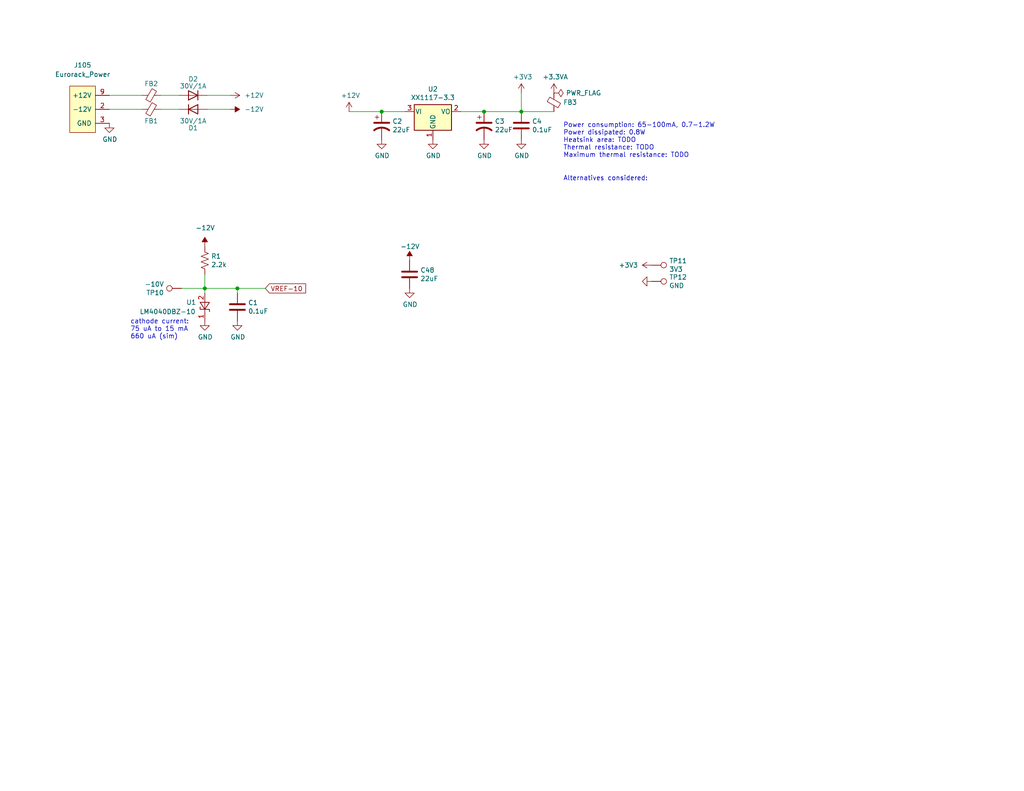
<source format=kicad_sch>
(kicad_sch (version 20211123) (generator eeschema)
  (paper "USLetter")
  (title_block (title "Castor & Pollux") (date "2021-06-13") (rev "v4") (company "Winterbloom") (comment 1 "CERN-OHL-P v2") (comment 2 "Alethea Flowers"))
  (lib_symbols
    (symbol "Connector:TestPoint" (pin_numbers hide) (pin_names (offset 0.762) hide)
      (property "Reference" "TP" (at 0 6.858 0))
      (property "Value" "TestPoint" (at 0 5.08 0))
      (symbol "TestPoint_0_1"
        (circle (center 0 3.302) (radius 0.762))
      )
      (symbol "TestPoint_1_1"
        (pin passive line (at 0 0 90) (length 2.54) (name "1") (number "1"))
      )
    )
    (symbol "Device:C" (pin_numbers hide) (pin_names (offset 0.254))
      (property "Reference" "C" (at 0.635 2.54 0))
      (property "Value" "C" (at 0.635 -2.54 0))
      (symbol "C_0_1"
        (polyline (pts (xy -2.032 -0.762) (xy 2.032 -0.762)) (stroke (width 0.508)))
        (polyline (pts (xy -2.032 0.762) (xy 2.032 0.762)) (stroke (width 0.508)))
      )
      (symbol "C_1_1"
        (pin passive line (at 0 3.81 270) (length 2.794) (name "~") (number "1"))
        (pin passive line (at 0 -3.81 90) (length 2.794) (name "~") (number "2"))
      )
    )
    (symbol "Device:C_Polarized_US" (pin_numbers hide) (pin_names (offset 0.254) hide)
      (property "Reference" "C" (at 0.635 2.54 0))
      (property "Value" "C_Polarized_US" (at 0.635 -2.54 0))
      (symbol "C_Polarized_US_0_1"
        (polyline (pts (xy -2.032 0.762) (xy 2.032 0.762)) (stroke (width 0.508)))
        (polyline (pts (xy -1.778 2.286) (xy -0.762 2.286)))
        (polyline (pts (xy -1.27 1.778) (xy -1.27 2.794)))
        (arc (start 2.032 -1.27) (mid 0 -0.5572) (end -2.032 -1.27) (stroke (width 0.508)))
      )
      (symbol "C_Polarized_US_1_1"
        (pin passive line (at 0 3.81 270) (length 2.794) (name "~") (number "1"))
        (pin passive line (at 0 -3.81 90) (length 3.302) (name "~") (number "2"))
      )
    )
    (symbol "Device:D" (pin_numbers hide) (pin_names (offset 1.016) hide)
      (property "Reference" "D" (at 0 2.54 0))
      (property "Value" "D" (at 0 -2.54 0))
      (symbol "D_0_1"
        (polyline (pts (xy -1.27 1.27) (xy -1.27 -1.27)) (stroke (width 0.254)))
        (polyline (pts (xy 1.27 0) (xy -1.27 0)))
        (polyline (pts (xy 1.27 1.27) (xy 1.27 -1.27) (xy -1.27 0) (xy 1.27 1.27)) (stroke (width 0.254)))
      )
      (symbol "D_1_1"
        (pin passive line (at -3.81 0 0) (length 2.54) (name "K") (number "1"))
        (pin passive line (at 3.81 0 180) (length 2.54) (name "A") (number "2"))
      )
    )
    (symbol "Device:FerriteBead_Small" (pin_numbers hide) (pin_names (offset 0))
      (property "Reference" "FB" (at 1.905 1.27 0))
      (property "Value" "FerriteBead_Small" (at 1.905 -1.27 0))
      (symbol "FerriteBead_Small_0_1"
        (polyline (pts (xy 0 -1.27) (xy 0 -0.7874)))
        (polyline (pts (xy 0 0.889) (xy 0 1.2954)))
        (polyline (pts (xy -1.8288 0.2794) (xy -1.1176 1.4986) (xy 1.8288 -0.2032) (xy 1.1176 -1.4224) (xy -1.8288 0.2794)))
      )
      (symbol "FerriteBead_Small_1_1"
        (pin passive line (at 0 2.54 270) (length 1.27) (name "~") (number "1"))
        (pin passive line (at 0 -2.54 90) (length 1.27) (name "~") (number "2"))
      )
    )
    (symbol "Device:R_US" (pin_numbers hide) (pin_names (offset 0))
      (property "Reference" "R" (at 2.54 0 90))
      (property "Value" "R_US" (at -2.54 0 90))
      (symbol "R_US_0_1"
        (polyline (pts (xy 0 -2.286) (xy 0 -2.54)))
        (polyline (pts (xy 0 2.286) (xy 0 2.54)))
        (polyline (pts (xy 0 -0.762) (xy 1.016 -1.143) (xy 0 -1.524) (xy -1.016 -1.905) (xy 0 -2.286)))
        (polyline (pts (xy 0 0.762) (xy 1.016 0.381) (xy 0 0) (xy -1.016 -0.381) (xy 0 -0.762)))
        (polyline (pts (xy 0 2.286) (xy 1.016 1.905) (xy 0 1.524) (xy -1.016 1.143) (xy 0 0.762)))
      )
      (symbol "R_US_1_1"
        (pin passive line (at 0 3.81 270) (length 1.27) (name "~") (number "1"))
        (pin passive line (at 0 -3.81 90) (length 1.27) (name "~") (number "2"))
      )
    )
    (symbol "Reference_Voltage:LM4040DBZ-10" (pin_names (offset 0.0254) hide)
      (property "Reference" "U" (at 0 2.54 0))
      (property "Value" "LM4040DBZ-10" (at 0 -3.175 0))
      (symbol "LM4040DBZ-10_0_1"
        (polyline (pts (xy -1.27 0) (xy 0 0) (xy 1.27 0)))
        (polyline (pts (xy -1.27 -1.27) (xy 0.635 0) (xy -1.27 1.27) (xy -1.27 -1.27)) (stroke (width 0.2032)))
        (polyline (pts (xy 0 -1.27) (xy 0.635 -1.27) (xy 0.635 1.27) (xy 1.27 1.27)) (stroke (width 0.2032)))
      )
      (symbol "LM4040DBZ-10_1_1"
        (pin passive line (at 3.81 0 180) (length 2.54) (name "K") (number "1"))
        (pin passive line (at -3.81 0 0) (length 2.54) (name "A") (number "2"))
      )
    )
    (symbol "Regulator_Linear:LM1117-3.3" (pin_names (offset 0.254))
      (property "Reference" "U" (at -3.81 3.175 0))
      (property "Value" "LM1117-3.3" (at 0 3.175 0))
      (symbol "LM1117-3.3_0_1"
        (rectangle (start -5.08 -5.08) (end 5.08 1.905) (stroke (width 0.254)) (fill (type background)))
      )
      (symbol "LM1117-3.3_1_1"
        (pin power_in line (at 0 -7.62 90) (length 2.54) (name "GND") (number "1"))
        (pin power_out line (at 7.62 0 180) (length 2.54) (name "VO") (number "2"))
        (pin power_in line (at -7.62 0 0) (length 2.54) (name "VI") (number "3"))
      )
    )
    (symbol "power:+12V" (power) (pin_names (offset 0))
      (property "Value" "+12V" (at 0 3.556 0))
      (symbol "+12V_0_1"
        (polyline (pts (xy -0.762 1.27) (xy 0 2.54)))
        (polyline (pts (xy 0 0) (xy 0 2.54)))
        (polyline (pts (xy 0 2.54) (xy 0.762 1.27)))
      )
      (symbol "+12V_1_1"
        (pin power_in line (at 0 0 90) (length 0) hide (name "+12V") (number "1"))
      )
    )
    (symbol "power:+3.3V" (power) (pin_names (offset 0))
      (property "Value" "+3.3V" (at 0 3.556 0))
      (symbol "+3.3V_0_1"
        (polyline (pts (xy -0.762 1.27) (xy 0 2.54)))
        (polyline (pts (xy 0 0) (xy 0 2.54)))
        (polyline (pts (xy 0 2.54) (xy 0.762 1.27)))
      )
      (symbol "+3.3V_1_1"
        (pin power_in line (at 0 0 90) (length 0) hide (name "+3V3") (number "1"))
      )
    )
    (symbol "power:+3.3VA" (power) (pin_names (offset 0))
      (property "Value" "+3.3VA" (at 0 3.556 0))
      (symbol "+3.3VA_0_1"
        (polyline (pts (xy -0.762 1.27) (xy 0 2.54)))
        (polyline (pts (xy 0 0) (xy 0 2.54)))
        (polyline (pts (xy 0 2.54) (xy 0.762 1.27)))
      )
      (symbol "+3.3VA_1_1"
        (pin power_in line (at 0 0 90) (length 0) hide (name "+3.3VA") (number "1"))
      )
    )
    (symbol "power:-12V" (power) (pin_names (offset 0))
      (property "Value" "-12V" (at 0 3.81 0))
      (symbol "-12V_0_0"
        (pin power_in line (at 0 0 90) (length 0) hide (name "-12V") (number "1"))
      )
      (symbol "-12V_0_1"
        (polyline (pts (xy 0 0) (xy 0 1.27) (xy 0.762 1.27) (xy 0 2.54) (xy -0.762 1.27) (xy 0 1.27)) (fill (type outline)))
      )
    )
    (symbol "power:GND" (power) (pin_names (offset 0))
      (property "Value" "GND" (at 0 -3.81 0))
      (symbol "GND_0_1"
        (polyline (pts (xy 0 0) (xy 0 -1.27) (xy 1.27 -1.27) (xy 0 -2.54) (xy -1.27 -1.27) (xy 0 -1.27)))
      )
      (symbol "GND_1_1"
        (pin power_in line (at 0 0 270) (length 0) hide (name "GND") (number "1"))
      )
    )
    (symbol "power:PWR_FLAG" (power) (pin_numbers hide) (pin_names (offset 0) hide)
      (property "Value" "PWR_FLAG" (at 0 3.81 0))
      (symbol "PWR_FLAG_0_0"
        (pin power_out line (at 0 0 90) (length 0) (name "pwr") (number "1"))
      )
      (symbol "PWR_FLAG_0_1"
        (polyline (pts (xy 0 0) (xy 0 1.27) (xy -1.016 1.905) (xy 0 2.54) (xy 1.016 1.905) (xy 0 1.27)))
      )
    )
    (symbol "winterbloom:Eurorack_Power" (pin_names (offset 1.016))
      (property "Reference" "J" (at -0.635 7.62 0))
      (property "Value" "Eurorack_Power" (at 0 -7.62 0))
      (symbol "Eurorack_Power_0_1"
        (rectangle (start -3.175 6.35) (end 3.81 -6.35) (fill (type background)))
      )
      (symbol "Eurorack_Power_1_1"
        (pin power_out line (at 7.62 0 180) (length 3.81) hide (name "-12V") (number "1"))
        (pin passive line (at 7.62 3.81 180) (length 3.81) hide (name "+12V") (number "10"))
        (pin passive line (at 7.62 0 180) (length 3.81) (name "-12V") (number "2"))
        (pin power_out line (at 7.62 -3.81 180) (length 3.81) (name "GND") (number "3"))
        (pin passive line (at 7.62 -3.81 180) (length 3.81) hide (name "GND") (number "4"))
        (pin passive line (at 7.62 -3.81 180) (length 3.81) hide (name "GND") (number "5"))
        (pin passive line (at 7.62 -3.81 180) (length 3.81) hide (name "GND") (number "6"))
        (pin passive line (at 7.62 -3.81 180) (length 3.81) hide (name "GND") (number "7"))
        (pin passive line (at 7.62 -3.81 180) (length 3.81) hide (name "GND") (number "8"))
        (pin power_out line (at 7.62 3.81 180) (length 3.81) (name "+12V") (number "9"))
      )
    )
  )
  (junction (at 64.77 78.74))
  (junction (at 55.88 78.74))
  (junction (at 142.24 30.48))
  (junction (at 132.08 30.48))
  (junction (at 104.14 30.48))
  (wire (pts (xy 132.08 30.48) (xy 142.24 30.48)))
  (wire (pts (xy 29.845 29.845) (xy 38.735 29.845)))
  (wire (pts (xy 56.515 26.035) (xy 62.865 26.035)))
  (wire (pts (xy 55.88 74.93) (xy 55.88 78.74)))
  (wire (pts (xy 29.845 26.035) (xy 38.735 26.035)))
  (wire (pts (xy 55.88 78.74) (xy 64.77 78.74)))
  (wire (pts (xy 125.73 30.48) (xy 132.08 30.48)))
  (wire (pts (xy 95.25 30.48) (xy 104.14 30.48)))
  (wire (pts (xy 43.815 26.035) (xy 48.895 26.035)))
  (wire (pts (xy 55.88 78.74) (xy 55.88 80.01)))
  (wire (pts (xy 64.77 78.74) (xy 64.77 80.01)))
  (wire (pts (xy 49.53 78.74) (xy 55.88 78.74)))
  (wire (pts (xy 56.515 29.845) (xy 62.865 29.845)))
  (wire (pts (xy 43.815 29.845) (xy 48.895 29.845)))
  (wire (pts (xy 142.24 30.48) (xy 151.13 30.48)))
  (wire (pts (xy 104.14 30.48) (xy 110.49 30.48)))
  (wire (pts (xy 64.77 78.74) (xy 72.39 78.74)))
  (wire (pts (xy 142.24 30.48) (xy 142.24 25.4)))
  (text "cathode current:\n75 uA to 15 mA\n660 uA (sim)\n" (at 35.56 92.71 0) (effects (font (size 1.27 1.27)) (justify left bottom)))
  (text "Alternatives considered:" (at 153.67 49.53 0) (effects (font (size 1.27 1.27)) (justify left bottom)))
  (text "Power consumption: 65-100mA, 0.7-1.2W\nPower dissipated: 0.8W\nHeatsink area: TODO\nThermal resistance: TODO\nMaximum thermal resistance: TODO" (at 153.67 43.18 0) (effects (font (size 1.27 1.27)) (justify left bottom)))
  (global_label "VREF-10" (shape input) (at 72.39 78.74 0) (property "Intersheet References" "${INTERSHEET_REFS}" (effects hide)))
  (symbol (lib_id "Device:D") (at 52.705 29.845 0) (unit 1)
    (property "Reference" "D1" (at 52.705 34.925 0))
    (property "Value" "30V/1A" (at 52.705 33.02 0))
    (property "Footprint" "winterbloom:D_SOD-123" (effects hide))
    (property "finalized" "yes" (effects hide))
    (property "mpn" "B0520LWQ-7-F" (effects hide))
    (property "Reqs" "Schottky, 1A" (effects hide))
  )
  (symbol (lib_id "Device:D") (at 52.705 26.035 180) (unit 1)
    (property "Reference" "D2" (at 52.705 21.59 0))
    (property "Value" "30V/1A" (at 52.705 23.495 0))
    (property "Footprint" "winterbloom:D_SOD-123" (effects hide))
    (property "finalized" "yes" (effects hide))
    (property "mpn" "B0520LWQ-7-F" (effects hide))
    (property "Reqs" "Schottky, 1A" (effects hide))
  )
  (symbol (lib_id "power:-12V") (at 62.865 29.845 270) (unit 1)
    (property "Reference" "#PWR05" (effects hide))
    (property "Value" "-12V" (at 66.675 29.845 90) (effects (justify left)))
  )
  (symbol (lib_id "power:+12V") (at 62.865 26.035 270) (unit 1)
    (property "Reference" "#PWR06" (effects hide))
    (property "Value" "+12V" (at 66.675 26.035 90) (effects (justify left)))
  )
  (symbol (lib_id "Regulator_Linear:LM1117-3.3") (at 118.11 30.48 0) (unit 1)
    (property "Reference" "U2" (at 118.11 24.3332 0))
    (property "Value" "XX1117-3.3" (at 118.11 26.6446 0))
    (property "Footprint" "Package_TO_SOT_SMD:TO-252-3_TabPin2" (effects hide))
    (property "Datasheet" "https://www.diodes.com/assets/Datasheets/AZ1117C.pdf" (effects hide))
    (property "finalized" "no" (effects hide))
    (property "mpn" "AZ1117CD-3.3TRG1, LD1117DT33TR" (effects hide))
  )
  (symbol (lib_id "power:GND") (at 118.11 38.1 0) (unit 1)
    (property "Reference" "#PWR010" (effects hide))
    (property "Value" "GND" (at 118.237 42.4942 0))
  )
  (symbol (lib_id "Device:C_Polarized_US") (at 104.14 34.29 0) (unit 1)
    (property "Reference" "C2" (at 107.061 33.1216 0) (effects (justify left)))
    (property "Value" "22uF" (at 107.061 35.433 0) (effects (justify left)))
    (property "Footprint" "Capacitor_SMD:C_0805_2012Metric_Pad1.18x1.45mm_HandSolder" (effects hide))
    (property "mpn" "CL21A226MOQNNNE" (effects hide))
    (property "Reqs" "ESR 0.3-22 Ohms, 16v+" (effects hide))
  )
  (symbol (lib_id "Device:C_Polarized_US") (at 132.08 34.29 0) (unit 1)
    (property "Reference" "C3" (at 135.001 33.1216 0) (effects (justify left)))
    (property "Value" "22uF" (at 135.001 35.433 0) (effects (justify left)))
    (property "Footprint" "Capacitor_SMD:C_0805_2012Metric_Pad1.18x1.45mm_HandSolder" (effects hide))
    (property "mpn" "CL21A226MOQNNNE" (effects hide))
  )
  (symbol (lib_id "Device:C") (at 142.24 34.29 0) (unit 1)
    (property "Reference" "C4" (at 145.161 33.1216 0) (effects (justify left)))
    (property "Value" "0.1uF" (at 145.161 35.433 0) (effects (justify left)))
    (property "Footprint" "Capacitor_SMD:C_0402_1005Metric_Pad0.74x0.62mm_HandSolder" (effects hide))
    (property "finalized" "yes" (effects hide))
    (property "mpn" "MF-CAP-0603-0.1uF" (effects hide))
    (property "mpn specs" "10%, 25v" (effects hide))
    (property "mpn alt" "GCM188R91E104KA37D" (effects hide))
    (property "Reqs" "bypass, 16v+" (effects hide))
  )
  (symbol (lib_id "Device:FerriteBead_Small") (at 151.13 27.94 180) (unit 1)
    (property "Reference" "FB3" (at 153.67 27.94 0) (effects (justify right)))
    (property "Value" "Ferrite Bead" (effects hide))
    (property "Footprint" "Inductor_SMD:L_0603_1608Metric_Pad1.05x0.95mm_HandSolder" (effects hide))
    (property "mpn" "742792651" (effects hide))
    (property "finalized" "yes" (effects hide))
    (property "Reqs" ">500mA DC current" (effects hide))
  )
  (symbol (lib_id "power:+3.3V") (at 142.24 25.4 0) (unit 1)
    (property "Reference" "#PWR012" (effects hide))
    (property "Value" "+3.3V" (at 142.621 21.0058 0))
  )
  (symbol (lib_id "power:+3.3VA") (at 151.13 25.4 0) (unit 1)
    (property "Reference" "#PWR014" (effects hide))
    (property "Value" "+3.3VA" (at 151.511 21.0058 0))
  )
  (symbol (lib_id "power:GND") (at 132.08 38.1 0) (unit 1)
    (property "Reference" "#PWR011" (effects hide))
    (property "Value" "GND" (at 132.207 42.4942 0))
  )
  (symbol (lib_id "power:GND") (at 142.24 38.1 0) (unit 1)
    (property "Reference" "#PWR013" (effects hide))
    (property "Value" "GND" (at 142.367 42.4942 0))
  )
  (symbol (lib_id "power:GND") (at 104.14 38.1 0) (unit 1)
    (property "Reference" "#PWR09" (effects hide))
    (property "Value" "GND" (at 104.267 42.4942 0))
  )
  (symbol (lib_id "power:+12V") (at 95.25 30.48 0) (unit 1)
    (property "Reference" "#PWR08" (effects hide))
    (property "Value" "+12V" (at 95.631 26.0858 0))
  )
  (symbol (lib_id "Device:FerriteBead_Small") (at 41.275 29.845 90) (unit 1)
    (property "Reference" "FB1" (at 41.275 33.02 90))
    (property "Value" "Ferrite Bead" (effects hide))
    (property "Footprint" "Inductor_SMD:L_0603_1608Metric_Pad1.05x0.95mm_HandSolder" (effects hide))
    (property "mpn" "742792651" (effects hide))
    (property "finalized" "yes" (effects hide))
    (property "Reqs" ">500mA DC current" (effects hide))
  )
  (symbol (lib_id "Device:FerriteBead_Small") (at 41.275 26.035 90) (unit 1)
    (property "Reference" "FB2" (at 41.275 22.86 90))
    (property "Value" "Ferrite Bead" (effects hide))
    (property "Footprint" "Inductor_SMD:L_0603_1608Metric_Pad1.05x0.95mm_HandSolder" (effects hide))
    (property "mpn" "742792651" (effects hide))
    (property "finalized" "yes" (effects hide))
    (property "Reqs" ">500mA DC current" (effects hide))
  )
  (symbol (lib_id "Reference_Voltage:LM4040DBZ-10") (at 55.88 83.82 270) (unit 1)
    (property "Reference" "U1" (at 50.8 82.55 90) (effects (justify left)))
    (property "Value" "LM4040DBZ-10" (at 38.1 85.09 90) (effects (justify left)))
    (property "Footprint" "Package_TO_SOT_SMD:SOT-23" (effects hide))
    (property "Datasheet" "http://www.ti.com/lit/ds/symlink/lm4040-n.pdf" (effects hide))
    (property "finalized" "yes" (effects hide))
    (property "mpn" "LM4040DIM3-10.0/NOPB" (effects hide))
  )
  (symbol (lib_id "power:-12V") (at 55.88 67.31 0) (unit 1)
    (property "Reference" "#PWR03" (effects hide))
    (property "Value" "-12V" (at 53.34 62.23 0) (effects (justify left)))
  )
  (symbol (lib_id "Device:R_US") (at 55.88 71.12 0) (unit 1)
    (property "Reference" "R1" (at 57.6072 69.9516 0) (effects (justify left)))
    (property "Value" "2.2k" (at 57.6072 72.263 0) (effects (justify left)))
    (property "Footprint" "Resistor_SMD:R_0402_1005Metric_Pad0.72x0.64mm_HandSolder" (effects hide))
    (property "Reqs" "1%, 60mW, vref current control" (effects hide))
    (property "mpn specs" "125mW,  1%" (effects hide))
    (property "mpn alt" "ERA-3AED222V" (effects hide))
  )
  (symbol (lib_id "power:GND") (at 55.88 87.63 0) (unit 1)
    (property "Reference" "#PWR04" (effects hide))
    (property "Value" "GND" (at 56.007 92.0242 0))
  )
  (symbol (lib_id "Device:C") (at 64.77 83.82 0) (unit 1)
    (property "Reference" "C1" (at 67.691 82.6516 0) (effects (justify left)))
    (property "Value" "0.1uF" (at 67.691 84.963 0) (effects (justify left)))
    (property "Footprint" "Capacitor_SMD:C_0402_1005Metric_Pad0.74x0.62mm_HandSolder" (effects hide))
    (property "finalized" "yes" (effects hide))
    (property "mpn" "MF-CAP-0603-0.1uF" (effects hide))
    (property "mpn specs" "10%, 25v" (effects hide))
    (property "mpn alt" "GCM188R91E104KA37D" (effects hide))
    (property "Reqs" "bypass, 16v+" (effects hide))
  )
  (symbol (lib_id "power:GND") (at 64.77 87.63 0) (unit 1)
    (property "Reference" "#PWR07" (effects hide))
    (property "Value" "GND" (at 64.897 92.0242 0))
  )
  (symbol (lib_id "power:GND") (at 111.76 78.74 0) (unit 1)
    (property "Reference" "#PWR02" (effects hide))
    (property "Value" "GND" (at 111.887 83.1342 0))
  )
  (symbol (lib_id "Device:C") (at 111.76 74.93 0) (unit 1)
    (property "Reference" "C48" (at 114.681 73.7616 0) (effects (justify left)))
    (property "Value" "22uF" (at 114.681 76.073 0) (effects (justify left)))
    (property "Footprint" "Capacitor_SMD:C_0805_2012Metric_Pad1.18x1.45mm_HandSolder" (effects hide))
    (property "Reqs" "power bypass, 16V+" (effects hide))
  )
  (symbol (lib_id "power:-12V") (at 111.76 71.12 0) (unit 1)
    (property "Reference" "#PWR01" (effects hide))
    (property "Value" "-12V" (at 109.22 67.31 0) (effects (justify left)))
  )
  (symbol (lib_id "power:GND") (at 29.845 33.655 0) (unit 1)
    (property "Reference" "#PWR0143" (effects hide))
    (property "Value" "GND" (at 29.972 38.0492 0))
  )
  (symbol (lib_id "power:PWR_FLAG") (at 151.13 25.4 270) (unit 1)
    (property "Reference" "#FLG0104" (effects hide))
    (property "Value" "PWR_FLAG" (at 154.3812 25.4 90) (effects (justify left)))
  )
  (symbol (lib_id "power:GND") (at 177.8 76.835 270) (unit 1)
    (property "Reference" "#PWR039" (effects hide))
    (property "Value" "GND" (effects hide))
  )
  (symbol (lib_id "power:+3.3V") (at 177.8 72.39 90) (unit 1)
    (property "Reference" "#PWR038" (effects hide))
    (property "Value" "+3.3V" (at 171.45 72.39 90))
  )
  (symbol (lib_id "Connector:TestPoint") (at 49.53 78.74 90) (unit 1)
    (property "Reference" "TP10" (at 44.7548 79.9084 90) (effects (justify left)))
    (property "Value" "-10V" (at 44.7548 77.597 90) (effects (justify left)))
    (property "Footprint" "TestPoint:TestPoint_Pad_D1.0mm" (effects hide))
    (property "dnp" "1" (effects hide))
    (property "finalized" "yes" (effects hide))
  )
  (symbol (lib_id "Connector:TestPoint") (at 177.8 72.39 270) (unit 1)
    (property "Reference" "TP11" (at 182.5752 71.2216 90) (effects (justify left)))
    (property "Value" "3V3" (at 182.5752 73.533 90) (effects (justify left)))
    (property "Footprint" "TestPoint:TestPoint_Pad_D1.0mm" (effects hide))
    (property "dnp" "1" (effects hide))
    (property "finalized" "yes" (effects hide))
  )
  (symbol (lib_id "winterbloom:Eurorack_Power") (at 22.225 29.845 0) (unit 1)
    (property "Reference" "J105" (at 22.5425 17.78 0))
    (property "Value" "Eurorack_Power" (at 22.5425 20.32 0))
    (property "Footprint" "winterbloom:Eurorack_Power_2x5_Shrouded" (effects hide))
    (property "Datasheet" "https://static6.arrow.com/aropdfconversion/1507f1621f4e67855dd466ebb3ac550d52564a9d/32302-sxx1.pdf" (effects hide))
    (property "mpn" "302-S101" (effects hide))
  )
  (symbol (lib_id "Connector:TestPoint") (at 177.8 76.835 270) (unit 1)
    (property "Reference" "TP12" (at 182.5752 75.6666 90) (effects (justify left)))
    (property "Value" "GND" (at 182.5752 77.978 90) (effects (justify left)))
    (property "Footprint" "TestPoint:TestPoint_Pad_D1.0mm" (effects hide))
    (property "dnp" "1" (effects hide))
    (property "finalized" "yes" (effects hide))
  )
)
</source>
